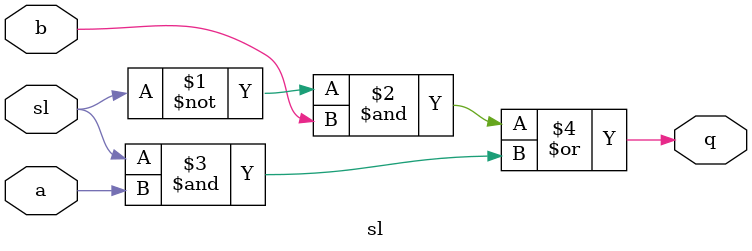
<source format=v>
`timescale 1ns / 1ps
module sl(a, b, sl ,q);
    input a,b,sl;
    output q;
    assign q=(~sl&b)|(sl&a);
endmodule

</source>
